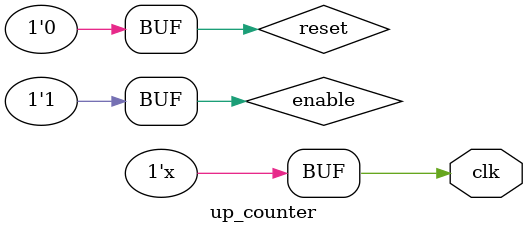
<source format=sv>

`timescale 1ns / 1ps		   

module up_counter
(
	output clk
);
//-------------Code Starts Here-------

reg reset;
reg enable;
reg clk = 0;
reg [7:0] out = 0;

initial
begin  
	#0 reset = 1;
	#8.5 reset = 0;
	enable = 1;
end

always
	#2 clk = ~clk;
	
always
begin
	#0.12 enable = 0;
	#3.39 enable = 1;
	#10	enable = 1;
end

always_ff @(posedge clk)
if (reset) begin
  out <= 8'b0 ;
end else if (enable) begin 
	$display(out);
  out ++;
end

endmodule 




















</source>
